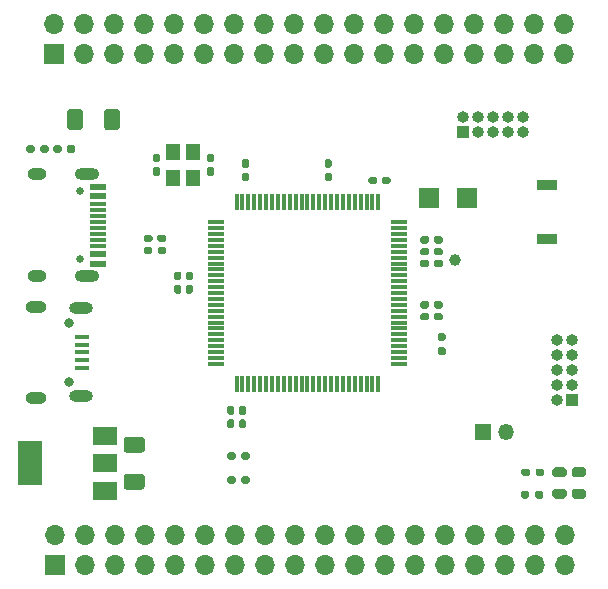
<source format=gbr>
%TF.GenerationSoftware,KiCad,Pcbnew,(5.1.10-1-10_14)*%
%TF.CreationDate,2021-08-18T14:47:54+08:00*%
%TF.ProjectId,jlinkob_hs,6a6c696e-6b6f-4625-9f68-732e6b696361,rev?*%
%TF.SameCoordinates,Original*%
%TF.FileFunction,Soldermask,Top*%
%TF.FilePolarity,Negative*%
%FSLAX46Y46*%
G04 Gerber Fmt 4.6, Leading zero omitted, Abs format (unit mm)*
G04 Created by KiCad (PCBNEW (5.1.10-1-10_14)) date 2021-08-18 14:47:54*
%MOMM*%
%LPD*%
G01*
G04 APERTURE LIST*
%ADD10R,1.750000X1.800000*%
%ADD11C,1.000000*%
%ADD12O,1.000000X1.000000*%
%ADD13R,1.000000X1.000000*%
%ADD14R,2.000000X1.500000*%
%ADD15R,2.000000X3.800000*%
%ADD16O,1.700000X1.700000*%
%ADD17R,1.700000X1.700000*%
%ADD18R,1.200000X1.400000*%
%ADD19C,0.800000*%
%ADD20O,1.800000X1.000000*%
%ADD21O,2.000000X1.000000*%
%ADD22R,1.300000X0.450000*%
%ADD23R,1.699997X0.899998*%
%ADD24O,1.350000X1.350000*%
%ADD25R,1.350000X1.350000*%
%ADD26R,1.450000X0.600000*%
%ADD27R,1.450000X0.300000*%
%ADD28O,2.100000X1.000000*%
%ADD29C,0.650000*%
%ADD30O,1.600000X1.000000*%
%ADD31R,1.475000X0.300000*%
%ADD32R,0.300000X1.475000*%
G04 APERTURE END LIST*
D10*
%TO.C,Y2*%
X138550000Y-66940000D03*
X135300000Y-66940000D03*
%TD*%
D11*
%TO.C,TP1*%
X137500000Y-72190000D03*
%TD*%
D12*
%TO.C,CON2*%
X147410000Y-78990000D03*
X146140000Y-78990000D03*
X147410000Y-80260000D03*
X146140000Y-80260000D03*
X147410000Y-81530000D03*
X146140000Y-81530000D03*
X147410000Y-82800000D03*
X146140000Y-82800000D03*
X146140000Y-84070000D03*
D13*
X147410000Y-84070000D03*
%TD*%
D14*
%TO.C,U1*%
X107820000Y-91730000D03*
X107820000Y-87130000D03*
X107820000Y-89430000D03*
D15*
X101520000Y-89430000D03*
%TD*%
%TO.C,C19*%
G36*
G01*
X114855000Y-74320000D02*
X115165000Y-74320000D01*
G75*
G02*
X115320000Y-74475000I0J-155000D01*
G01*
X115320000Y-74900000D01*
G75*
G02*
X115165000Y-75055000I-155000J0D01*
G01*
X114855000Y-75055000D01*
G75*
G02*
X114700000Y-74900000I0J155000D01*
G01*
X114700000Y-74475000D01*
G75*
G02*
X114855000Y-74320000I155000J0D01*
G01*
G37*
G36*
G01*
X114855000Y-73185000D02*
X115165000Y-73185000D01*
G75*
G02*
X115320000Y-73340000I0J-155000D01*
G01*
X115320000Y-73765000D01*
G75*
G02*
X115165000Y-73920000I-155000J0D01*
G01*
X114855000Y-73920000D01*
G75*
G02*
X114700000Y-73765000I0J155000D01*
G01*
X114700000Y-73340000D01*
G75*
G02*
X114855000Y-73185000I155000J0D01*
G01*
G37*
%TD*%
%TO.C,R8*%
G36*
G01*
X102390000Y-62960000D02*
X102390000Y-62640000D01*
G75*
G02*
X102550000Y-62480000I160000J0D01*
G01*
X102945000Y-62480000D01*
G75*
G02*
X103105000Y-62640000I0J-160000D01*
G01*
X103105000Y-62960000D01*
G75*
G02*
X102945000Y-63120000I-160000J0D01*
G01*
X102550000Y-63120000D01*
G75*
G02*
X102390000Y-62960000I0J160000D01*
G01*
G37*
G36*
G01*
X101195000Y-62960000D02*
X101195000Y-62640000D01*
G75*
G02*
X101355000Y-62480000I160000J0D01*
G01*
X101750000Y-62480000D01*
G75*
G02*
X101910000Y-62640000I0J-160000D01*
G01*
X101910000Y-62960000D01*
G75*
G02*
X101750000Y-63120000I-160000J0D01*
G01*
X101355000Y-63120000D01*
G75*
G02*
X101195000Y-62960000I0J160000D01*
G01*
G37*
%TD*%
%TO.C,C27*%
G36*
G01*
X104220000Y-62645000D02*
X104220000Y-62955000D01*
G75*
G02*
X104065000Y-63110000I-155000J0D01*
G01*
X103640000Y-63110000D01*
G75*
G02*
X103485000Y-62955000I0J155000D01*
G01*
X103485000Y-62645000D01*
G75*
G02*
X103640000Y-62490000I155000J0D01*
G01*
X104065000Y-62490000D01*
G75*
G02*
X104220000Y-62645000I0J-155000D01*
G01*
G37*
G36*
G01*
X105355000Y-62645000D02*
X105355000Y-62955000D01*
G75*
G02*
X105200000Y-63110000I-155000J0D01*
G01*
X104775000Y-63110000D01*
G75*
G02*
X104620000Y-62955000I0J155000D01*
G01*
X104620000Y-62645000D01*
G75*
G02*
X104775000Y-62490000I155000J0D01*
G01*
X105200000Y-62490000D01*
G75*
G02*
X105355000Y-62645000I0J-155000D01*
G01*
G37*
%TD*%
D16*
%TO.C,J5*%
X146760000Y-52210000D03*
X146760000Y-54750000D03*
X144220000Y-52210000D03*
X144220000Y-54750000D03*
X141680000Y-52210000D03*
X141680000Y-54750000D03*
X139140000Y-52210000D03*
X139140000Y-54750000D03*
X136600000Y-52210000D03*
X136600000Y-54750000D03*
X134060000Y-52210000D03*
X134060000Y-54750000D03*
X131520000Y-52210000D03*
X131520000Y-54750000D03*
X128980000Y-52210000D03*
X128980000Y-54750000D03*
X126440000Y-52210000D03*
X126440000Y-54750000D03*
X123900000Y-52210000D03*
X123900000Y-54750000D03*
X121360000Y-52210000D03*
X121360000Y-54750000D03*
X118820000Y-52210000D03*
X118820000Y-54750000D03*
X116280000Y-52210000D03*
X116280000Y-54750000D03*
X113740000Y-52210000D03*
X113740000Y-54750000D03*
X111200000Y-52210000D03*
X111200000Y-54750000D03*
X108660000Y-52210000D03*
X108660000Y-54750000D03*
X106120000Y-52210000D03*
X106120000Y-54750000D03*
X103580000Y-52210000D03*
D17*
X103580000Y-54750000D03*
%TD*%
D16*
%TO.C,J4*%
X146810000Y-95480000D03*
X146810000Y-98020000D03*
X144270000Y-95480000D03*
X144270000Y-98020000D03*
X141730000Y-95480000D03*
X141730000Y-98020000D03*
X139190000Y-95480000D03*
X139190000Y-98020000D03*
X136650000Y-95480000D03*
X136650000Y-98020000D03*
X134110000Y-95480000D03*
X134110000Y-98020000D03*
X131570000Y-95480000D03*
X131570000Y-98020000D03*
X129030000Y-95480000D03*
X129030000Y-98020000D03*
X126490000Y-95480000D03*
X126490000Y-98020000D03*
X123950000Y-95480000D03*
X123950000Y-98020000D03*
X121410000Y-95480000D03*
X121410000Y-98020000D03*
X118870000Y-95480000D03*
X118870000Y-98020000D03*
X116330000Y-95480000D03*
X116330000Y-98020000D03*
X113790000Y-95480000D03*
X113790000Y-98020000D03*
X111250000Y-95480000D03*
X111250000Y-98020000D03*
X108710000Y-95480000D03*
X108710000Y-98020000D03*
X106170000Y-95480000D03*
X106170000Y-98020000D03*
X103630000Y-95480000D03*
D17*
X103630000Y-98020000D03*
%TD*%
D18*
%TO.C,Y1*%
X115350000Y-63030000D03*
X115350000Y-65230000D03*
X113650000Y-65230000D03*
X113650000Y-63030000D03*
%TD*%
D19*
%TO.C,J2*%
X104800000Y-82533824D03*
X104800000Y-77533824D03*
D20*
X102050000Y-83908824D03*
X102050000Y-76158824D03*
D21*
X105850000Y-83758824D03*
X105850000Y-76308824D03*
D22*
X105900000Y-81333824D03*
X105900000Y-80683824D03*
X105900000Y-80033824D03*
X105900000Y-79383824D03*
X105900000Y-78733824D03*
%TD*%
%TO.C,C26*%
G36*
G01*
X105980000Y-59659999D02*
X105980000Y-60960001D01*
G75*
G02*
X105730001Y-61210000I-249999J0D01*
G01*
X104904999Y-61210000D01*
G75*
G02*
X104655000Y-60960001I0J249999D01*
G01*
X104655000Y-59659999D01*
G75*
G02*
X104904999Y-59410000I249999J0D01*
G01*
X105730001Y-59410000D01*
G75*
G02*
X105980000Y-59659999I0J-249999D01*
G01*
G37*
G36*
G01*
X109105000Y-59659999D02*
X109105000Y-60960001D01*
G75*
G02*
X108855001Y-61210000I-249999J0D01*
G01*
X108029999Y-61210000D01*
G75*
G02*
X107780000Y-60960001I0J249999D01*
G01*
X107780000Y-59659999D01*
G75*
G02*
X108029999Y-59410000I249999J0D01*
G01*
X108855001Y-59410000D01*
G75*
G02*
X109105000Y-59659999I0J-249999D01*
G01*
G37*
%TD*%
%TO.C,C13*%
G36*
G01*
X109679999Y-90320000D02*
X110980001Y-90320000D01*
G75*
G02*
X111230000Y-90569999I0J-249999D01*
G01*
X111230000Y-91395001D01*
G75*
G02*
X110980001Y-91645000I-249999J0D01*
G01*
X109679999Y-91645000D01*
G75*
G02*
X109430000Y-91395001I0J249999D01*
G01*
X109430000Y-90569999D01*
G75*
G02*
X109679999Y-90320000I249999J0D01*
G01*
G37*
G36*
G01*
X109679999Y-87195000D02*
X110980001Y-87195000D01*
G75*
G02*
X111230000Y-87444999I0J-249999D01*
G01*
X111230000Y-88270001D01*
G75*
G02*
X110980001Y-88520000I-249999J0D01*
G01*
X109679999Y-88520000D01*
G75*
G02*
X109430000Y-88270001I0J249999D01*
G01*
X109430000Y-87444999D01*
G75*
G02*
X109679999Y-87195000I249999J0D01*
G01*
G37*
%TD*%
%TO.C,R7*%
G36*
G01*
X136220000Y-79560000D02*
X136540000Y-79560000D01*
G75*
G02*
X136700000Y-79720000I0J-160000D01*
G01*
X136700000Y-80115000D01*
G75*
G02*
X136540000Y-80275000I-160000J0D01*
G01*
X136220000Y-80275000D01*
G75*
G02*
X136060000Y-80115000I0J160000D01*
G01*
X136060000Y-79720000D01*
G75*
G02*
X136220000Y-79560000I160000J0D01*
G01*
G37*
G36*
G01*
X136220000Y-78365000D02*
X136540000Y-78365000D01*
G75*
G02*
X136700000Y-78525000I0J-160000D01*
G01*
X136700000Y-78920000D01*
G75*
G02*
X136540000Y-79080000I-160000J0D01*
G01*
X136220000Y-79080000D01*
G75*
G02*
X136060000Y-78920000I0J160000D01*
G01*
X136060000Y-78525000D01*
G75*
G02*
X136220000Y-78365000I160000J0D01*
G01*
G37*
%TD*%
%TO.C,R6*%
G36*
G01*
X118920000Y-88650000D02*
X118920000Y-88970000D01*
G75*
G02*
X118760000Y-89130000I-160000J0D01*
G01*
X118365000Y-89130000D01*
G75*
G02*
X118205000Y-88970000I0J160000D01*
G01*
X118205000Y-88650000D01*
G75*
G02*
X118365000Y-88490000I160000J0D01*
G01*
X118760000Y-88490000D01*
G75*
G02*
X118920000Y-88650000I0J-160000D01*
G01*
G37*
G36*
G01*
X120115000Y-88650000D02*
X120115000Y-88970000D01*
G75*
G02*
X119955000Y-89130000I-160000J0D01*
G01*
X119560000Y-89130000D01*
G75*
G02*
X119400000Y-88970000I0J160000D01*
G01*
X119400000Y-88650000D01*
G75*
G02*
X119560000Y-88490000I160000J0D01*
G01*
X119955000Y-88490000D01*
G75*
G02*
X120115000Y-88650000I0J-160000D01*
G01*
G37*
%TD*%
%TO.C,R5*%
G36*
G01*
X118910000Y-90670000D02*
X118910000Y-90990000D01*
G75*
G02*
X118750000Y-91150000I-160000J0D01*
G01*
X118355000Y-91150000D01*
G75*
G02*
X118195000Y-90990000I0J160000D01*
G01*
X118195000Y-90670000D01*
G75*
G02*
X118355000Y-90510000I160000J0D01*
G01*
X118750000Y-90510000D01*
G75*
G02*
X118910000Y-90670000I0J-160000D01*
G01*
G37*
G36*
G01*
X120105000Y-90670000D02*
X120105000Y-90990000D01*
G75*
G02*
X119945000Y-91150000I-160000J0D01*
G01*
X119550000Y-91150000D01*
G75*
G02*
X119390000Y-90990000I0J160000D01*
G01*
X119390000Y-90670000D01*
G75*
G02*
X119550000Y-90510000I160000J0D01*
G01*
X119945000Y-90510000D01*
G75*
G02*
X120105000Y-90670000I0J-160000D01*
G01*
G37*
%TD*%
%TO.C,R4*%
G36*
G01*
X143780000Y-91920000D02*
X143780000Y-92240000D01*
G75*
G02*
X143620000Y-92400000I-160000J0D01*
G01*
X143225000Y-92400000D01*
G75*
G02*
X143065000Y-92240000I0J160000D01*
G01*
X143065000Y-91920000D01*
G75*
G02*
X143225000Y-91760000I160000J0D01*
G01*
X143620000Y-91760000D01*
G75*
G02*
X143780000Y-91920000I0J-160000D01*
G01*
G37*
G36*
G01*
X144975000Y-91920000D02*
X144975000Y-92240000D01*
G75*
G02*
X144815000Y-92400000I-160000J0D01*
G01*
X144420000Y-92400000D01*
G75*
G02*
X144260000Y-92240000I0J160000D01*
G01*
X144260000Y-91920000D01*
G75*
G02*
X144420000Y-91760000I160000J0D01*
G01*
X144815000Y-91760000D01*
G75*
G02*
X144975000Y-91920000I0J-160000D01*
G01*
G37*
%TD*%
%TO.C,R3*%
G36*
G01*
X143832500Y-90020000D02*
X143832500Y-90340000D01*
G75*
G02*
X143672500Y-90500000I-160000J0D01*
G01*
X143277500Y-90500000D01*
G75*
G02*
X143117500Y-90340000I0J160000D01*
G01*
X143117500Y-90020000D01*
G75*
G02*
X143277500Y-89860000I160000J0D01*
G01*
X143672500Y-89860000D01*
G75*
G02*
X143832500Y-90020000I0J-160000D01*
G01*
G37*
G36*
G01*
X145027500Y-90020000D02*
X145027500Y-90340000D01*
G75*
G02*
X144867500Y-90500000I-160000J0D01*
G01*
X144472500Y-90500000D01*
G75*
G02*
X144312500Y-90340000I0J160000D01*
G01*
X144312500Y-90020000D01*
G75*
G02*
X144472500Y-89860000I160000J0D01*
G01*
X144867500Y-89860000D01*
G75*
G02*
X145027500Y-90020000I0J-160000D01*
G01*
G37*
%TD*%
%TO.C,D3*%
G36*
G01*
X146957500Y-91767500D02*
X146957500Y-92192500D01*
G75*
G02*
X146745000Y-92405000I-212500J0D01*
G01*
X145945000Y-92405000D01*
G75*
G02*
X145732500Y-92192500I0J212500D01*
G01*
X145732500Y-91767500D01*
G75*
G02*
X145945000Y-91555000I212500J0D01*
G01*
X146745000Y-91555000D01*
G75*
G02*
X146957500Y-91767500I0J-212500D01*
G01*
G37*
G36*
G01*
X148582500Y-91767500D02*
X148582500Y-92192500D01*
G75*
G02*
X148370000Y-92405000I-212500J0D01*
G01*
X147570000Y-92405000D01*
G75*
G02*
X147357500Y-92192500I0J212500D01*
G01*
X147357500Y-91767500D01*
G75*
G02*
X147570000Y-91555000I212500J0D01*
G01*
X148370000Y-91555000D01*
G75*
G02*
X148582500Y-91767500I0J-212500D01*
G01*
G37*
%TD*%
%TO.C,D2*%
G36*
G01*
X146957500Y-89967500D02*
X146957500Y-90392500D01*
G75*
G02*
X146745000Y-90605000I-212500J0D01*
G01*
X145945000Y-90605000D01*
G75*
G02*
X145732500Y-90392500I0J212500D01*
G01*
X145732500Y-89967500D01*
G75*
G02*
X145945000Y-89755000I212500J0D01*
G01*
X146745000Y-89755000D01*
G75*
G02*
X146957500Y-89967500I0J-212500D01*
G01*
G37*
G36*
G01*
X148582500Y-89967500D02*
X148582500Y-90392500D01*
G75*
G02*
X148370000Y-90605000I-212500J0D01*
G01*
X147570000Y-90605000D01*
G75*
G02*
X147357500Y-90392500I0J212500D01*
G01*
X147357500Y-89967500D01*
G75*
G02*
X147570000Y-89755000I212500J0D01*
G01*
X148370000Y-89755000D01*
G75*
G02*
X148582500Y-89967500I0J-212500D01*
G01*
G37*
%TD*%
D23*
%TO.C,SW1*%
X145260000Y-65860030D03*
X145260000Y-70459970D03*
%TD*%
D24*
%TO.C,J3*%
X141850000Y-86730000D03*
D25*
X139850000Y-86730000D03*
%TD*%
D12*
%TO.C,CON1*%
X143240000Y-61390000D03*
X143240000Y-60120000D03*
X141970000Y-61390000D03*
X141970000Y-60120000D03*
X140700000Y-61390000D03*
X140700000Y-60120000D03*
X139430000Y-61390000D03*
X139430000Y-60120000D03*
X138160000Y-60120000D03*
D13*
X138160000Y-61390000D03*
%TD*%
%TO.C,C18*%
G36*
G01*
X113865000Y-74320000D02*
X114175000Y-74320000D01*
G75*
G02*
X114330000Y-74475000I0J-155000D01*
G01*
X114330000Y-74900000D01*
G75*
G02*
X114175000Y-75055000I-155000J0D01*
G01*
X113865000Y-75055000D01*
G75*
G02*
X113710000Y-74900000I0J155000D01*
G01*
X113710000Y-74475000D01*
G75*
G02*
X113865000Y-74320000I155000J0D01*
G01*
G37*
G36*
G01*
X113865000Y-73185000D02*
X114175000Y-73185000D01*
G75*
G02*
X114330000Y-73340000I0J-155000D01*
G01*
X114330000Y-73765000D01*
G75*
G02*
X114175000Y-73920000I-155000J0D01*
G01*
X113865000Y-73920000D01*
G75*
G02*
X113710000Y-73765000I0J155000D01*
G01*
X113710000Y-73340000D01*
G75*
G02*
X113865000Y-73185000I155000J0D01*
G01*
G37*
%TD*%
%TO.C,C17*%
G36*
G01*
X135700000Y-77155000D02*
X135700000Y-76845000D01*
G75*
G02*
X135855000Y-76690000I155000J0D01*
G01*
X136280000Y-76690000D01*
G75*
G02*
X136435000Y-76845000I0J-155000D01*
G01*
X136435000Y-77155000D01*
G75*
G02*
X136280000Y-77310000I-155000J0D01*
G01*
X135855000Y-77310000D01*
G75*
G02*
X135700000Y-77155000I0J155000D01*
G01*
G37*
G36*
G01*
X134565000Y-77155000D02*
X134565000Y-76845000D01*
G75*
G02*
X134720000Y-76690000I155000J0D01*
G01*
X135145000Y-76690000D01*
G75*
G02*
X135300000Y-76845000I0J-155000D01*
G01*
X135300000Y-77155000D01*
G75*
G02*
X135145000Y-77310000I-155000J0D01*
G01*
X134720000Y-77310000D01*
G75*
G02*
X134565000Y-77155000I0J155000D01*
G01*
G37*
%TD*%
%TO.C,C14*%
G36*
G01*
X119905000Y-64400000D02*
X119595000Y-64400000D01*
G75*
G02*
X119440000Y-64245000I0J155000D01*
G01*
X119440000Y-63820000D01*
G75*
G02*
X119595000Y-63665000I155000J0D01*
G01*
X119905000Y-63665000D01*
G75*
G02*
X120060000Y-63820000I0J-155000D01*
G01*
X120060000Y-64245000D01*
G75*
G02*
X119905000Y-64400000I-155000J0D01*
G01*
G37*
G36*
G01*
X119905000Y-65535000D02*
X119595000Y-65535000D01*
G75*
G02*
X119440000Y-65380000I0J155000D01*
G01*
X119440000Y-64955000D01*
G75*
G02*
X119595000Y-64800000I155000J0D01*
G01*
X119905000Y-64800000D01*
G75*
G02*
X120060000Y-64955000I0J-155000D01*
G01*
X120060000Y-65380000D01*
G75*
G02*
X119905000Y-65535000I-155000J0D01*
G01*
G37*
%TD*%
%TO.C,C12*%
G36*
G01*
X119345000Y-85700000D02*
X119655000Y-85700000D01*
G75*
G02*
X119810000Y-85855000I0J-155000D01*
G01*
X119810000Y-86280000D01*
G75*
G02*
X119655000Y-86435000I-155000J0D01*
G01*
X119345000Y-86435000D01*
G75*
G02*
X119190000Y-86280000I0J155000D01*
G01*
X119190000Y-85855000D01*
G75*
G02*
X119345000Y-85700000I155000J0D01*
G01*
G37*
G36*
G01*
X119345000Y-84565000D02*
X119655000Y-84565000D01*
G75*
G02*
X119810000Y-84720000I0J-155000D01*
G01*
X119810000Y-85145000D01*
G75*
G02*
X119655000Y-85300000I-155000J0D01*
G01*
X119345000Y-85300000D01*
G75*
G02*
X119190000Y-85145000I0J155000D01*
G01*
X119190000Y-84720000D01*
G75*
G02*
X119345000Y-84565000I155000J0D01*
G01*
G37*
%TD*%
%TO.C,C11*%
G36*
G01*
X118345000Y-85700000D02*
X118655000Y-85700000D01*
G75*
G02*
X118810000Y-85855000I0J-155000D01*
G01*
X118810000Y-86280000D01*
G75*
G02*
X118655000Y-86435000I-155000J0D01*
G01*
X118345000Y-86435000D01*
G75*
G02*
X118190000Y-86280000I0J155000D01*
G01*
X118190000Y-85855000D01*
G75*
G02*
X118345000Y-85700000I155000J0D01*
G01*
G37*
G36*
G01*
X118345000Y-84565000D02*
X118655000Y-84565000D01*
G75*
G02*
X118810000Y-84720000I0J-155000D01*
G01*
X118810000Y-85145000D01*
G75*
G02*
X118655000Y-85300000I-155000J0D01*
G01*
X118345000Y-85300000D01*
G75*
G02*
X118190000Y-85145000I0J155000D01*
G01*
X118190000Y-84720000D01*
G75*
G02*
X118345000Y-84565000I155000J0D01*
G01*
G37*
%TD*%
%TO.C,C10*%
G36*
G01*
X135700000Y-76155000D02*
X135700000Y-75845000D01*
G75*
G02*
X135855000Y-75690000I155000J0D01*
G01*
X136280000Y-75690000D01*
G75*
G02*
X136435000Y-75845000I0J-155000D01*
G01*
X136435000Y-76155000D01*
G75*
G02*
X136280000Y-76310000I-155000J0D01*
G01*
X135855000Y-76310000D01*
G75*
G02*
X135700000Y-76155000I0J155000D01*
G01*
G37*
G36*
G01*
X134565000Y-76155000D02*
X134565000Y-75845000D01*
G75*
G02*
X134720000Y-75690000I155000J0D01*
G01*
X135145000Y-75690000D01*
G75*
G02*
X135300000Y-75845000I0J-155000D01*
G01*
X135300000Y-76155000D01*
G75*
G02*
X135145000Y-76310000I-155000J0D01*
G01*
X134720000Y-76310000D01*
G75*
G02*
X134565000Y-76155000I0J155000D01*
G01*
G37*
%TD*%
%TO.C,C7*%
G36*
G01*
X135700000Y-71655000D02*
X135700000Y-71345000D01*
G75*
G02*
X135855000Y-71190000I155000J0D01*
G01*
X136280000Y-71190000D01*
G75*
G02*
X136435000Y-71345000I0J-155000D01*
G01*
X136435000Y-71655000D01*
G75*
G02*
X136280000Y-71810000I-155000J0D01*
G01*
X135855000Y-71810000D01*
G75*
G02*
X135700000Y-71655000I0J155000D01*
G01*
G37*
G36*
G01*
X134565000Y-71655000D02*
X134565000Y-71345000D01*
G75*
G02*
X134720000Y-71190000I155000J0D01*
G01*
X135145000Y-71190000D01*
G75*
G02*
X135300000Y-71345000I0J-155000D01*
G01*
X135300000Y-71655000D01*
G75*
G02*
X135145000Y-71810000I-155000J0D01*
G01*
X134720000Y-71810000D01*
G75*
G02*
X134565000Y-71655000I0J155000D01*
G01*
G37*
%TD*%
D26*
%TO.C,J1*%
X107225000Y-72500000D03*
X107225000Y-71700000D03*
X107225000Y-66800000D03*
X107225000Y-66000000D03*
X107225000Y-66000000D03*
X107225000Y-66800000D03*
X107225000Y-71700000D03*
X107225000Y-72500000D03*
D27*
X107225000Y-67500000D03*
X107225000Y-68000000D03*
X107225000Y-68500000D03*
X107225000Y-69500000D03*
X107225000Y-70000000D03*
X107225000Y-70500000D03*
X107225000Y-71000000D03*
X107225000Y-69000000D03*
D28*
X106310000Y-73570000D03*
X106310000Y-64930000D03*
D29*
X105780000Y-66360000D03*
D30*
X102130000Y-64930000D03*
D29*
X105780000Y-72140000D03*
D30*
X102130000Y-73570000D03*
%TD*%
D31*
%TO.C,U?.1*%
X117262000Y-81000000D03*
X117262000Y-80500000D03*
X117262000Y-80000000D03*
X117262000Y-79500000D03*
X117262000Y-79000000D03*
X117262000Y-78500000D03*
X117262000Y-78000000D03*
X117262000Y-77500000D03*
X117262000Y-77000000D03*
X117262000Y-76500000D03*
X117262000Y-76000000D03*
X117262000Y-75500000D03*
X117262000Y-75000000D03*
X117262000Y-74500000D03*
X117262000Y-74000000D03*
X117262000Y-73500000D03*
X117262000Y-73000000D03*
X117262000Y-72500000D03*
X117262000Y-72000000D03*
X117262000Y-71500000D03*
X117262000Y-71000000D03*
X117262000Y-70500000D03*
X117262000Y-70000000D03*
X117262000Y-69500000D03*
X117262000Y-69000000D03*
D32*
X119000000Y-67262000D03*
X119500000Y-67262000D03*
X120000000Y-67262000D03*
X120500000Y-67262000D03*
X121000000Y-67262000D03*
X121500000Y-67262000D03*
X122000000Y-67262000D03*
X122500000Y-67262000D03*
X123000000Y-67262000D03*
X123500000Y-67262000D03*
X124000000Y-67262000D03*
X124500000Y-67262000D03*
X125000000Y-67262000D03*
X125500000Y-67262000D03*
X126000000Y-67262000D03*
X126500000Y-67262000D03*
X127000000Y-67262000D03*
X127500000Y-67262000D03*
X128000000Y-67262000D03*
X128500000Y-67262000D03*
X129000000Y-67262000D03*
X129500000Y-67262000D03*
X130000000Y-67262000D03*
X130500000Y-67262000D03*
X131000000Y-67262000D03*
D31*
X132738000Y-69000000D03*
X132738000Y-69500000D03*
X132738000Y-70000000D03*
X132738000Y-70500000D03*
X132738000Y-71000000D03*
X132738000Y-71500000D03*
X132738000Y-72000000D03*
X132738000Y-72500000D03*
X132738000Y-73000000D03*
X132738000Y-73500000D03*
X132738000Y-74000000D03*
X132738000Y-74500000D03*
X132738000Y-75000000D03*
X132738000Y-75500000D03*
X132738000Y-76000000D03*
X132738000Y-76500000D03*
X132738000Y-77000000D03*
X132738000Y-77500000D03*
X132738000Y-78000000D03*
X132738000Y-78500000D03*
X132738000Y-79000000D03*
X132738000Y-79500000D03*
X132738000Y-80000000D03*
X132738000Y-80500000D03*
X132738000Y-81000000D03*
D32*
X131000000Y-82738000D03*
X130500000Y-82738000D03*
X130000000Y-82738000D03*
X129500000Y-82738000D03*
X129000000Y-82738000D03*
X128500000Y-82738000D03*
X128000000Y-82738000D03*
X127500000Y-82738000D03*
X127000000Y-82738000D03*
X126500000Y-82738000D03*
X126000000Y-82738000D03*
X125500000Y-82738000D03*
X125000000Y-82738000D03*
X124500000Y-82738000D03*
X124000000Y-82738000D03*
X123500000Y-82738000D03*
X123000000Y-82738000D03*
X122500000Y-82738000D03*
X122000000Y-82738000D03*
X121500000Y-82738000D03*
X121000000Y-82738000D03*
X120500000Y-82738000D03*
X120000000Y-82738000D03*
X119500000Y-82738000D03*
X119000000Y-82738000D03*
%TD*%
%TO.C,R2*%
G36*
G01*
X135740000Y-72660000D02*
X135740000Y-72340000D01*
G75*
G02*
X135900000Y-72180000I160000J0D01*
G01*
X136295000Y-72180000D01*
G75*
G02*
X136455000Y-72340000I0J-160000D01*
G01*
X136455000Y-72660000D01*
G75*
G02*
X136295000Y-72820000I-160000J0D01*
G01*
X135900000Y-72820000D01*
G75*
G02*
X135740000Y-72660000I0J160000D01*
G01*
G37*
G36*
G01*
X134545000Y-72660000D02*
X134545000Y-72340000D01*
G75*
G02*
X134705000Y-72180000I160000J0D01*
G01*
X135100000Y-72180000D01*
G75*
G02*
X135260000Y-72340000I0J-160000D01*
G01*
X135260000Y-72660000D01*
G75*
G02*
X135100000Y-72820000I-160000J0D01*
G01*
X134705000Y-72820000D01*
G75*
G02*
X134545000Y-72660000I0J160000D01*
G01*
G37*
%TD*%
%TO.C,R1*%
G36*
G01*
X111850000Y-71230000D02*
X111850000Y-71550000D01*
G75*
G02*
X111690000Y-71710000I-160000J0D01*
G01*
X111295000Y-71710000D01*
G75*
G02*
X111135000Y-71550000I0J160000D01*
G01*
X111135000Y-71230000D01*
G75*
G02*
X111295000Y-71070000I160000J0D01*
G01*
X111690000Y-71070000D01*
G75*
G02*
X111850000Y-71230000I0J-160000D01*
G01*
G37*
G36*
G01*
X113045000Y-71230000D02*
X113045000Y-71550000D01*
G75*
G02*
X112885000Y-71710000I-160000J0D01*
G01*
X112490000Y-71710000D01*
G75*
G02*
X112330000Y-71550000I0J160000D01*
G01*
X112330000Y-71230000D01*
G75*
G02*
X112490000Y-71070000I160000J0D01*
G01*
X112885000Y-71070000D01*
G75*
G02*
X113045000Y-71230000I0J-160000D01*
G01*
G37*
%TD*%
%TO.C,C6*%
G36*
G01*
X126605000Y-64802500D02*
X126915000Y-64802500D01*
G75*
G02*
X127070000Y-64957500I0J-155000D01*
G01*
X127070000Y-65382500D01*
G75*
G02*
X126915000Y-65537500I-155000J0D01*
G01*
X126605000Y-65537500D01*
G75*
G02*
X126450000Y-65382500I0J155000D01*
G01*
X126450000Y-64957500D01*
G75*
G02*
X126605000Y-64802500I155000J0D01*
G01*
G37*
G36*
G01*
X126605000Y-63667500D02*
X126915000Y-63667500D01*
G75*
G02*
X127070000Y-63822500I0J-155000D01*
G01*
X127070000Y-64247500D01*
G75*
G02*
X126915000Y-64402500I-155000J0D01*
G01*
X126605000Y-64402500D01*
G75*
G02*
X126450000Y-64247500I0J155000D01*
G01*
X126450000Y-63822500D01*
G75*
G02*
X126605000Y-63667500I155000J0D01*
G01*
G37*
%TD*%
%TO.C,C5*%
G36*
G01*
X130900000Y-65325000D02*
X130900000Y-65635000D01*
G75*
G02*
X130745000Y-65790000I-155000J0D01*
G01*
X130320000Y-65790000D01*
G75*
G02*
X130165000Y-65635000I0J155000D01*
G01*
X130165000Y-65325000D01*
G75*
G02*
X130320000Y-65170000I155000J0D01*
G01*
X130745000Y-65170000D01*
G75*
G02*
X130900000Y-65325000I0J-155000D01*
G01*
G37*
G36*
G01*
X132035000Y-65325000D02*
X132035000Y-65635000D01*
G75*
G02*
X131880000Y-65790000I-155000J0D01*
G01*
X131455000Y-65790000D01*
G75*
G02*
X131300000Y-65635000I0J155000D01*
G01*
X131300000Y-65325000D01*
G75*
G02*
X131455000Y-65170000I155000J0D01*
G01*
X131880000Y-65170000D01*
G75*
G02*
X132035000Y-65325000I0J-155000D01*
G01*
G37*
%TD*%
%TO.C,C4*%
G36*
G01*
X111890000Y-70225000D02*
X111890000Y-70535000D01*
G75*
G02*
X111735000Y-70690000I-155000J0D01*
G01*
X111310000Y-70690000D01*
G75*
G02*
X111155000Y-70535000I0J155000D01*
G01*
X111155000Y-70225000D01*
G75*
G02*
X111310000Y-70070000I155000J0D01*
G01*
X111735000Y-70070000D01*
G75*
G02*
X111890000Y-70225000I0J-155000D01*
G01*
G37*
G36*
G01*
X113025000Y-70225000D02*
X113025000Y-70535000D01*
G75*
G02*
X112870000Y-70690000I-155000J0D01*
G01*
X112445000Y-70690000D01*
G75*
G02*
X112290000Y-70535000I0J155000D01*
G01*
X112290000Y-70225000D01*
G75*
G02*
X112445000Y-70070000I155000J0D01*
G01*
X112870000Y-70070000D01*
G75*
G02*
X113025000Y-70225000I0J-155000D01*
G01*
G37*
%TD*%
%TO.C,C3*%
G36*
G01*
X135300000Y-70345000D02*
X135300000Y-70655000D01*
G75*
G02*
X135145000Y-70810000I-155000J0D01*
G01*
X134720000Y-70810000D01*
G75*
G02*
X134565000Y-70655000I0J155000D01*
G01*
X134565000Y-70345000D01*
G75*
G02*
X134720000Y-70190000I155000J0D01*
G01*
X135145000Y-70190000D01*
G75*
G02*
X135300000Y-70345000I0J-155000D01*
G01*
G37*
G36*
G01*
X136435000Y-70345000D02*
X136435000Y-70655000D01*
G75*
G02*
X136280000Y-70810000I-155000J0D01*
G01*
X135855000Y-70810000D01*
G75*
G02*
X135700000Y-70655000I0J155000D01*
G01*
X135700000Y-70345000D01*
G75*
G02*
X135855000Y-70190000I155000J0D01*
G01*
X136280000Y-70190000D01*
G75*
G02*
X136435000Y-70345000I0J-155000D01*
G01*
G37*
%TD*%
%TO.C,C2*%
G36*
G01*
X116645000Y-64340000D02*
X116955000Y-64340000D01*
G75*
G02*
X117110000Y-64495000I0J-155000D01*
G01*
X117110000Y-64920000D01*
G75*
G02*
X116955000Y-65075000I-155000J0D01*
G01*
X116645000Y-65075000D01*
G75*
G02*
X116490000Y-64920000I0J155000D01*
G01*
X116490000Y-64495000D01*
G75*
G02*
X116645000Y-64340000I155000J0D01*
G01*
G37*
G36*
G01*
X116645000Y-63205000D02*
X116955000Y-63205000D01*
G75*
G02*
X117110000Y-63360000I0J-155000D01*
G01*
X117110000Y-63785000D01*
G75*
G02*
X116955000Y-63940000I-155000J0D01*
G01*
X116645000Y-63940000D01*
G75*
G02*
X116490000Y-63785000I0J155000D01*
G01*
X116490000Y-63360000D01*
G75*
G02*
X116645000Y-63205000I155000J0D01*
G01*
G37*
%TD*%
%TO.C,C1*%
G36*
G01*
X112375000Y-63930000D02*
X112065000Y-63930000D01*
G75*
G02*
X111910000Y-63775000I0J155000D01*
G01*
X111910000Y-63350000D01*
G75*
G02*
X112065000Y-63195000I155000J0D01*
G01*
X112375000Y-63195000D01*
G75*
G02*
X112530000Y-63350000I0J-155000D01*
G01*
X112530000Y-63775000D01*
G75*
G02*
X112375000Y-63930000I-155000J0D01*
G01*
G37*
G36*
G01*
X112375000Y-65065000D02*
X112065000Y-65065000D01*
G75*
G02*
X111910000Y-64910000I0J155000D01*
G01*
X111910000Y-64485000D01*
G75*
G02*
X112065000Y-64330000I155000J0D01*
G01*
X112375000Y-64330000D01*
G75*
G02*
X112530000Y-64485000I0J-155000D01*
G01*
X112530000Y-64910000D01*
G75*
G02*
X112375000Y-65065000I-155000J0D01*
G01*
G37*
%TD*%
M02*

</source>
